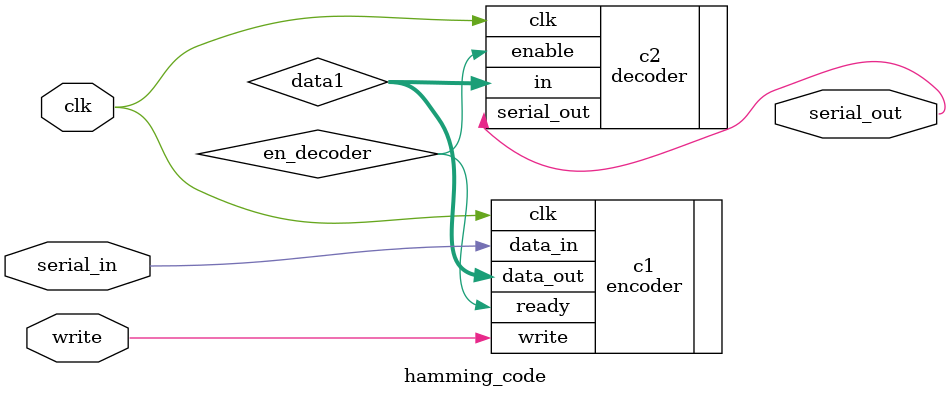
<source format=v>
module hamming_code
(    input serial_in,
     input clk,
	  input write,
     output serial_out
);
wire en_decoder;
wire [6:0] data1;
encoder c1
(     .clk(clk),
	   .data_in(serial_in),
	   .write(write),
	   .ready(en_decoder),
	   .data_out(data1)
);
decoder c2
(     .in(data1),
      .clk(clk), 
      .enable(en_decoder),
	   .serial_out(serial_out)
);

endmodule

</source>
